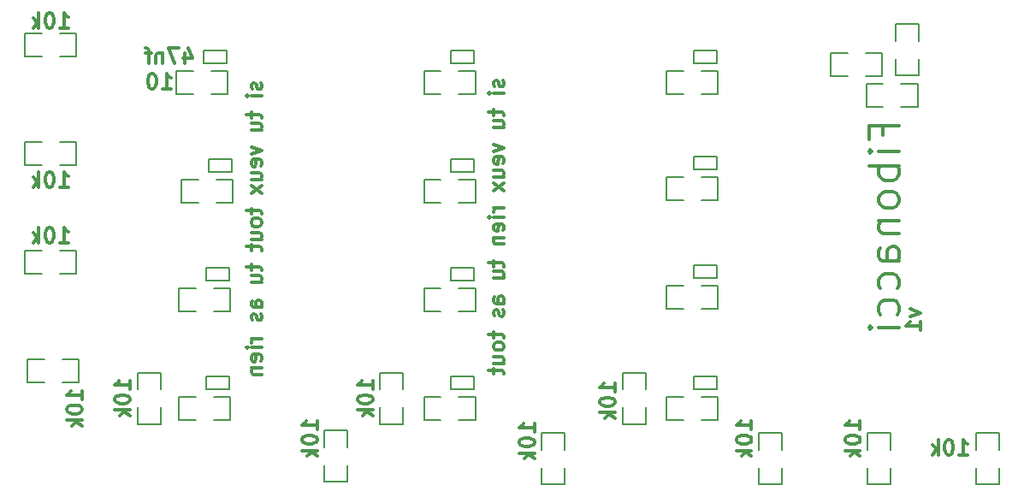
<source format=gbo>
G04 (created by PCBNEW (2013-07-07 BZR 4022)-stable) date 4/3/2014 12:54:25 PM*
%MOIN*%
G04 Gerber Fmt 3.4, Leading zero omitted, Abs format*
%FSLAX34Y34*%
G01*
G70*
G90*
G04 APERTURE LIST*
%ADD10C,0.00590551*%
%ADD11C,0.011811*%
%ADD12C,0.005*%
G04 APERTURE END LIST*
G54D10*
G54D11*
X94825Y-52137D02*
X95219Y-52277D01*
X94825Y-52418D01*
X95219Y-52952D02*
X95219Y-52615D01*
X95219Y-52784D02*
X94628Y-52784D01*
X94713Y-52727D01*
X94769Y-52671D01*
X94797Y-52615D01*
X93757Y-45374D02*
X93757Y-44980D01*
X94375Y-44980D02*
X93194Y-44980D01*
X93194Y-45542D01*
X94375Y-45992D02*
X93588Y-45992D01*
X93194Y-45992D02*
X93250Y-45936D01*
X93307Y-45992D01*
X93250Y-46048D01*
X93194Y-45992D01*
X93307Y-45992D01*
X94375Y-46555D02*
X93194Y-46555D01*
X93644Y-46555D02*
X93588Y-46667D01*
X93588Y-46892D01*
X93644Y-47005D01*
X93700Y-47061D01*
X93813Y-47117D01*
X94150Y-47117D01*
X94263Y-47061D01*
X94319Y-47005D01*
X94375Y-46892D01*
X94375Y-46667D01*
X94319Y-46555D01*
X94375Y-47792D02*
X94319Y-47679D01*
X94263Y-47623D01*
X94150Y-47567D01*
X93813Y-47567D01*
X93700Y-47623D01*
X93644Y-47679D01*
X93588Y-47792D01*
X93588Y-47961D01*
X93644Y-48073D01*
X93700Y-48129D01*
X93813Y-48186D01*
X94150Y-48186D01*
X94263Y-48129D01*
X94319Y-48073D01*
X94375Y-47961D01*
X94375Y-47792D01*
X93588Y-48692D02*
X94375Y-48692D01*
X93700Y-48692D02*
X93644Y-48748D01*
X93588Y-48861D01*
X93588Y-49029D01*
X93644Y-49142D01*
X93757Y-49198D01*
X94375Y-49198D01*
X94375Y-50267D02*
X93757Y-50267D01*
X93644Y-50210D01*
X93588Y-50098D01*
X93588Y-49873D01*
X93644Y-49760D01*
X94319Y-50267D02*
X94375Y-50154D01*
X94375Y-49873D01*
X94319Y-49760D01*
X94206Y-49704D01*
X94094Y-49704D01*
X93982Y-49760D01*
X93925Y-49873D01*
X93925Y-50154D01*
X93869Y-50267D01*
X94319Y-51335D02*
X94375Y-51223D01*
X94375Y-50998D01*
X94319Y-50885D01*
X94263Y-50829D01*
X94150Y-50773D01*
X93813Y-50773D01*
X93700Y-50829D01*
X93644Y-50885D01*
X93588Y-50998D01*
X93588Y-51223D01*
X93644Y-51335D01*
X94319Y-52348D02*
X94375Y-52235D01*
X94375Y-52010D01*
X94319Y-51898D01*
X94263Y-51841D01*
X94150Y-51785D01*
X93813Y-51785D01*
X93700Y-51841D01*
X93644Y-51898D01*
X93588Y-52010D01*
X93588Y-52235D01*
X93644Y-52348D01*
X94375Y-52854D02*
X93588Y-52854D01*
X93194Y-52854D02*
X93250Y-52798D01*
X93307Y-52854D01*
X93250Y-52910D01*
X93194Y-52854D01*
X93307Y-52854D01*
X78951Y-43222D02*
X78979Y-43278D01*
X78979Y-43391D01*
X78951Y-43447D01*
X78894Y-43475D01*
X78866Y-43475D01*
X78810Y-43447D01*
X78782Y-43391D01*
X78782Y-43307D01*
X78754Y-43250D01*
X78697Y-43222D01*
X78669Y-43222D01*
X78613Y-43250D01*
X78585Y-43307D01*
X78585Y-43391D01*
X78613Y-43447D01*
X78979Y-43728D02*
X78585Y-43728D01*
X78388Y-43728D02*
X78416Y-43700D01*
X78444Y-43728D01*
X78416Y-43757D01*
X78388Y-43728D01*
X78444Y-43728D01*
X78585Y-44375D02*
X78585Y-44600D01*
X78388Y-44460D02*
X78894Y-44460D01*
X78951Y-44488D01*
X78979Y-44544D01*
X78979Y-44600D01*
X78585Y-45050D02*
X78979Y-45050D01*
X78585Y-44797D02*
X78894Y-44797D01*
X78951Y-44825D01*
X78979Y-44881D01*
X78979Y-44966D01*
X78951Y-45022D01*
X78922Y-45050D01*
X78585Y-45725D02*
X78979Y-45866D01*
X78585Y-46006D01*
X78951Y-46456D02*
X78979Y-46400D01*
X78979Y-46287D01*
X78951Y-46231D01*
X78894Y-46203D01*
X78669Y-46203D01*
X78613Y-46231D01*
X78585Y-46287D01*
X78585Y-46400D01*
X78613Y-46456D01*
X78669Y-46484D01*
X78726Y-46484D01*
X78782Y-46203D01*
X78585Y-46991D02*
X78979Y-46991D01*
X78585Y-46737D02*
X78894Y-46737D01*
X78951Y-46766D01*
X78979Y-46822D01*
X78979Y-46906D01*
X78951Y-46962D01*
X78922Y-46991D01*
X78979Y-47215D02*
X78585Y-47525D01*
X78585Y-47215D02*
X78979Y-47525D01*
X78979Y-48200D02*
X78585Y-48200D01*
X78697Y-48200D02*
X78641Y-48228D01*
X78613Y-48256D01*
X78585Y-48312D01*
X78585Y-48368D01*
X78979Y-48565D02*
X78585Y-48565D01*
X78388Y-48565D02*
X78416Y-48537D01*
X78444Y-48565D01*
X78416Y-48593D01*
X78388Y-48565D01*
X78444Y-48565D01*
X78951Y-49071D02*
X78979Y-49015D01*
X78979Y-48903D01*
X78951Y-48847D01*
X78894Y-48818D01*
X78669Y-48818D01*
X78613Y-48847D01*
X78585Y-48903D01*
X78585Y-49015D01*
X78613Y-49071D01*
X78669Y-49100D01*
X78726Y-49100D01*
X78782Y-48818D01*
X78585Y-49353D02*
X78979Y-49353D01*
X78641Y-49353D02*
X78613Y-49381D01*
X78585Y-49437D01*
X78585Y-49521D01*
X78613Y-49578D01*
X78669Y-49606D01*
X78979Y-49606D01*
X78585Y-50253D02*
X78585Y-50478D01*
X78388Y-50337D02*
X78894Y-50337D01*
X78951Y-50365D01*
X78979Y-50421D01*
X78979Y-50478D01*
X78585Y-50928D02*
X78979Y-50928D01*
X78585Y-50674D02*
X78894Y-50674D01*
X78951Y-50703D01*
X78979Y-50759D01*
X78979Y-50843D01*
X78951Y-50899D01*
X78922Y-50928D01*
X78979Y-51912D02*
X78669Y-51912D01*
X78613Y-51884D01*
X78585Y-51827D01*
X78585Y-51715D01*
X78613Y-51659D01*
X78951Y-51912D02*
X78979Y-51856D01*
X78979Y-51715D01*
X78951Y-51659D01*
X78894Y-51631D01*
X78838Y-51631D01*
X78782Y-51659D01*
X78754Y-51715D01*
X78754Y-51856D01*
X78726Y-51912D01*
X78951Y-52165D02*
X78979Y-52221D01*
X78979Y-52334D01*
X78951Y-52390D01*
X78894Y-52418D01*
X78866Y-52418D01*
X78810Y-52390D01*
X78782Y-52334D01*
X78782Y-52249D01*
X78754Y-52193D01*
X78697Y-52165D01*
X78669Y-52165D01*
X78613Y-52193D01*
X78585Y-52249D01*
X78585Y-52334D01*
X78613Y-52390D01*
X78585Y-53037D02*
X78585Y-53262D01*
X78388Y-53121D02*
X78894Y-53121D01*
X78951Y-53149D01*
X78979Y-53205D01*
X78979Y-53262D01*
X78979Y-53543D02*
X78951Y-53487D01*
X78922Y-53458D01*
X78866Y-53430D01*
X78697Y-53430D01*
X78641Y-53458D01*
X78613Y-53487D01*
X78585Y-53543D01*
X78585Y-53627D01*
X78613Y-53683D01*
X78641Y-53712D01*
X78697Y-53740D01*
X78866Y-53740D01*
X78922Y-53712D01*
X78951Y-53683D01*
X78979Y-53627D01*
X78979Y-53543D01*
X78585Y-54246D02*
X78979Y-54246D01*
X78585Y-53993D02*
X78894Y-53993D01*
X78951Y-54021D01*
X78979Y-54077D01*
X78979Y-54161D01*
X78951Y-54218D01*
X78922Y-54246D01*
X78585Y-54443D02*
X78585Y-54668D01*
X78388Y-54527D02*
X78894Y-54527D01*
X78951Y-54555D01*
X78979Y-54611D01*
X78979Y-54668D01*
X69502Y-43321D02*
X69530Y-43377D01*
X69530Y-43489D01*
X69502Y-43546D01*
X69446Y-43574D01*
X69417Y-43574D01*
X69361Y-43546D01*
X69333Y-43489D01*
X69333Y-43405D01*
X69305Y-43349D01*
X69249Y-43321D01*
X69221Y-43321D01*
X69164Y-43349D01*
X69136Y-43405D01*
X69136Y-43489D01*
X69164Y-43546D01*
X69530Y-43827D02*
X69136Y-43827D01*
X68939Y-43827D02*
X68967Y-43799D01*
X68996Y-43827D01*
X68967Y-43855D01*
X68939Y-43827D01*
X68996Y-43827D01*
X69136Y-44474D02*
X69136Y-44699D01*
X68939Y-44558D02*
X69446Y-44558D01*
X69502Y-44586D01*
X69530Y-44642D01*
X69530Y-44699D01*
X69136Y-45149D02*
X69530Y-45149D01*
X69136Y-44895D02*
X69446Y-44895D01*
X69502Y-44924D01*
X69530Y-44980D01*
X69530Y-45064D01*
X69502Y-45120D01*
X69474Y-45149D01*
X69136Y-45823D02*
X69530Y-45964D01*
X69136Y-46105D01*
X69502Y-46555D02*
X69530Y-46498D01*
X69530Y-46386D01*
X69502Y-46330D01*
X69446Y-46302D01*
X69221Y-46302D01*
X69164Y-46330D01*
X69136Y-46386D01*
X69136Y-46498D01*
X69164Y-46555D01*
X69221Y-46583D01*
X69277Y-46583D01*
X69333Y-46302D01*
X69136Y-47089D02*
X69530Y-47089D01*
X69136Y-46836D02*
X69446Y-46836D01*
X69502Y-46864D01*
X69530Y-46920D01*
X69530Y-47005D01*
X69502Y-47061D01*
X69474Y-47089D01*
X69530Y-47314D02*
X69136Y-47623D01*
X69136Y-47314D02*
X69530Y-47623D01*
X69136Y-48214D02*
X69136Y-48439D01*
X68939Y-48298D02*
X69446Y-48298D01*
X69502Y-48326D01*
X69530Y-48383D01*
X69530Y-48439D01*
X69530Y-48720D02*
X69502Y-48664D01*
X69474Y-48636D01*
X69417Y-48607D01*
X69249Y-48607D01*
X69192Y-48636D01*
X69164Y-48664D01*
X69136Y-48720D01*
X69136Y-48804D01*
X69164Y-48861D01*
X69192Y-48889D01*
X69249Y-48917D01*
X69417Y-48917D01*
X69474Y-48889D01*
X69502Y-48861D01*
X69530Y-48804D01*
X69530Y-48720D01*
X69136Y-49423D02*
X69530Y-49423D01*
X69136Y-49170D02*
X69446Y-49170D01*
X69502Y-49198D01*
X69530Y-49254D01*
X69530Y-49339D01*
X69502Y-49395D01*
X69474Y-49423D01*
X69136Y-49620D02*
X69136Y-49845D01*
X68939Y-49704D02*
X69446Y-49704D01*
X69502Y-49732D01*
X69530Y-49789D01*
X69530Y-49845D01*
X69136Y-50407D02*
X69136Y-50632D01*
X68939Y-50492D02*
X69446Y-50492D01*
X69502Y-50520D01*
X69530Y-50576D01*
X69530Y-50632D01*
X69136Y-51082D02*
X69530Y-51082D01*
X69136Y-50829D02*
X69446Y-50829D01*
X69502Y-50857D01*
X69530Y-50913D01*
X69530Y-50998D01*
X69502Y-51054D01*
X69474Y-51082D01*
X69530Y-52066D02*
X69221Y-52066D01*
X69164Y-52038D01*
X69136Y-51982D01*
X69136Y-51870D01*
X69164Y-51813D01*
X69502Y-52066D02*
X69530Y-52010D01*
X69530Y-51870D01*
X69502Y-51813D01*
X69446Y-51785D01*
X69389Y-51785D01*
X69333Y-51813D01*
X69305Y-51870D01*
X69305Y-52010D01*
X69277Y-52066D01*
X69502Y-52320D02*
X69530Y-52376D01*
X69530Y-52488D01*
X69502Y-52544D01*
X69446Y-52573D01*
X69417Y-52573D01*
X69361Y-52544D01*
X69333Y-52488D01*
X69333Y-52404D01*
X69305Y-52348D01*
X69249Y-52320D01*
X69221Y-52320D01*
X69164Y-52348D01*
X69136Y-52404D01*
X69136Y-52488D01*
X69164Y-52544D01*
X69530Y-53276D02*
X69136Y-53276D01*
X69249Y-53276D02*
X69192Y-53304D01*
X69164Y-53332D01*
X69136Y-53388D01*
X69136Y-53444D01*
X69530Y-53641D02*
X69136Y-53641D01*
X68939Y-53641D02*
X68967Y-53613D01*
X68996Y-53641D01*
X68967Y-53669D01*
X68939Y-53641D01*
X68996Y-53641D01*
X69502Y-54147D02*
X69530Y-54091D01*
X69530Y-53979D01*
X69502Y-53922D01*
X69446Y-53894D01*
X69221Y-53894D01*
X69164Y-53922D01*
X69136Y-53979D01*
X69136Y-54091D01*
X69164Y-54147D01*
X69221Y-54176D01*
X69277Y-54176D01*
X69333Y-53894D01*
X69136Y-54429D02*
X69530Y-54429D01*
X69192Y-54429D02*
X69164Y-54457D01*
X69136Y-54513D01*
X69136Y-54597D01*
X69164Y-54654D01*
X69221Y-54682D01*
X69530Y-54682D01*
X66549Y-42168D02*
X66549Y-42561D01*
X66690Y-41943D02*
X66830Y-42365D01*
X66465Y-42365D01*
X66296Y-41971D02*
X65902Y-41971D01*
X66155Y-42561D01*
X65677Y-42168D02*
X65677Y-42561D01*
X65677Y-42224D02*
X65649Y-42196D01*
X65593Y-42168D01*
X65508Y-42168D01*
X65452Y-42196D01*
X65424Y-42252D01*
X65424Y-42561D01*
X65227Y-42168D02*
X65002Y-42168D01*
X65143Y-42561D02*
X65143Y-42055D01*
X65115Y-41999D01*
X65059Y-41971D01*
X65002Y-41971D01*
X65663Y-43546D02*
X66001Y-43546D01*
X65832Y-43546D02*
X65832Y-42955D01*
X65888Y-43039D01*
X65944Y-43096D01*
X66001Y-43124D01*
X65298Y-42955D02*
X65241Y-42955D01*
X65185Y-42983D01*
X65157Y-43011D01*
X65129Y-43068D01*
X65101Y-43180D01*
X65101Y-43321D01*
X65129Y-43433D01*
X65157Y-43489D01*
X65185Y-43517D01*
X65241Y-43546D01*
X65298Y-43546D01*
X65354Y-43517D01*
X65382Y-43489D01*
X65410Y-43433D01*
X65438Y-43321D01*
X65438Y-43180D01*
X65410Y-43068D01*
X65382Y-43011D01*
X65354Y-42983D01*
X65298Y-42955D01*
X83309Y-55357D02*
X83309Y-55019D01*
X83309Y-55188D02*
X82719Y-55188D01*
X82803Y-55132D01*
X82859Y-55075D01*
X82888Y-55019D01*
X82719Y-55722D02*
X82719Y-55778D01*
X82747Y-55835D01*
X82775Y-55863D01*
X82831Y-55891D01*
X82944Y-55919D01*
X83084Y-55919D01*
X83197Y-55891D01*
X83253Y-55863D01*
X83281Y-55835D01*
X83309Y-55778D01*
X83309Y-55722D01*
X83281Y-55666D01*
X83253Y-55638D01*
X83197Y-55610D01*
X83084Y-55582D01*
X82944Y-55582D01*
X82831Y-55610D01*
X82775Y-55638D01*
X82747Y-55666D01*
X82719Y-55722D01*
X83309Y-56172D02*
X82719Y-56172D01*
X83084Y-56228D02*
X83309Y-56397D01*
X82916Y-56397D02*
X83141Y-56172D01*
X73861Y-55258D02*
X73861Y-54921D01*
X73861Y-55089D02*
X73270Y-55089D01*
X73354Y-55033D01*
X73411Y-54977D01*
X73439Y-54921D01*
X73270Y-55624D02*
X73270Y-55680D01*
X73298Y-55736D01*
X73326Y-55764D01*
X73383Y-55793D01*
X73495Y-55821D01*
X73636Y-55821D01*
X73748Y-55793D01*
X73804Y-55764D01*
X73832Y-55736D01*
X73861Y-55680D01*
X73861Y-55624D01*
X73832Y-55568D01*
X73804Y-55539D01*
X73748Y-55511D01*
X73636Y-55483D01*
X73495Y-55483D01*
X73383Y-55511D01*
X73326Y-55539D01*
X73298Y-55568D01*
X73270Y-55624D01*
X73861Y-56074D02*
X73270Y-56074D01*
X73636Y-56130D02*
X73861Y-56299D01*
X73467Y-56299D02*
X73692Y-56074D01*
X96709Y-57817D02*
X97047Y-57817D01*
X96878Y-57817D02*
X96878Y-57227D01*
X96934Y-57311D01*
X96991Y-57367D01*
X97047Y-57395D01*
X96344Y-57227D02*
X96287Y-57227D01*
X96231Y-57255D01*
X96203Y-57283D01*
X96175Y-57339D01*
X96147Y-57452D01*
X96147Y-57592D01*
X96175Y-57705D01*
X96203Y-57761D01*
X96231Y-57789D01*
X96287Y-57817D01*
X96344Y-57817D01*
X96400Y-57789D01*
X96428Y-57761D01*
X96456Y-57705D01*
X96484Y-57592D01*
X96484Y-57452D01*
X96456Y-57339D01*
X96428Y-57283D01*
X96400Y-57255D01*
X96344Y-57227D01*
X95894Y-57817D02*
X95894Y-57227D01*
X95838Y-57592D02*
X95669Y-57817D01*
X95669Y-57424D02*
X95894Y-57649D01*
X92857Y-56833D02*
X92857Y-56496D01*
X92857Y-56664D02*
X92266Y-56664D01*
X92350Y-56608D01*
X92407Y-56552D01*
X92435Y-56496D01*
X92266Y-57199D02*
X92266Y-57255D01*
X92294Y-57311D01*
X92322Y-57339D01*
X92379Y-57367D01*
X92491Y-57395D01*
X92632Y-57395D01*
X92744Y-57367D01*
X92800Y-57339D01*
X92829Y-57311D01*
X92857Y-57255D01*
X92857Y-57199D01*
X92829Y-57142D01*
X92800Y-57114D01*
X92744Y-57086D01*
X92632Y-57058D01*
X92491Y-57058D01*
X92379Y-57086D01*
X92322Y-57114D01*
X92294Y-57142D01*
X92266Y-57199D01*
X92857Y-57649D02*
X92266Y-57649D01*
X92632Y-57705D02*
X92857Y-57874D01*
X92463Y-57874D02*
X92688Y-57649D01*
X88624Y-56833D02*
X88624Y-56496D01*
X88624Y-56664D02*
X88034Y-56664D01*
X88118Y-56608D01*
X88174Y-56552D01*
X88203Y-56496D01*
X88034Y-57199D02*
X88034Y-57255D01*
X88062Y-57311D01*
X88090Y-57339D01*
X88146Y-57367D01*
X88259Y-57395D01*
X88399Y-57395D01*
X88512Y-57367D01*
X88568Y-57339D01*
X88596Y-57311D01*
X88624Y-57255D01*
X88624Y-57199D01*
X88596Y-57142D01*
X88568Y-57114D01*
X88512Y-57086D01*
X88399Y-57058D01*
X88259Y-57058D01*
X88146Y-57086D01*
X88090Y-57114D01*
X88062Y-57142D01*
X88034Y-57199D01*
X88624Y-57649D02*
X88034Y-57649D01*
X88399Y-57705D02*
X88624Y-57874D01*
X88231Y-57874D02*
X88456Y-57649D01*
X80160Y-56931D02*
X80160Y-56594D01*
X80160Y-56763D02*
X79569Y-56763D01*
X79654Y-56706D01*
X79710Y-56650D01*
X79738Y-56594D01*
X79569Y-57297D02*
X79569Y-57353D01*
X79597Y-57410D01*
X79625Y-57438D01*
X79682Y-57466D01*
X79794Y-57494D01*
X79935Y-57494D01*
X80047Y-57466D01*
X80104Y-57438D01*
X80132Y-57410D01*
X80160Y-57353D01*
X80160Y-57297D01*
X80132Y-57241D01*
X80104Y-57213D01*
X80047Y-57185D01*
X79935Y-57156D01*
X79794Y-57156D01*
X79682Y-57185D01*
X79625Y-57213D01*
X79597Y-57241D01*
X79569Y-57297D01*
X80160Y-57747D02*
X79569Y-57747D01*
X79935Y-57803D02*
X80160Y-57972D01*
X79766Y-57972D02*
X79991Y-57747D01*
X71695Y-56833D02*
X71695Y-56496D01*
X71695Y-56664D02*
X71105Y-56664D01*
X71189Y-56608D01*
X71245Y-56552D01*
X71273Y-56496D01*
X71105Y-57199D02*
X71105Y-57255D01*
X71133Y-57311D01*
X71161Y-57339D01*
X71217Y-57367D01*
X71330Y-57395D01*
X71470Y-57395D01*
X71583Y-57367D01*
X71639Y-57339D01*
X71667Y-57311D01*
X71695Y-57255D01*
X71695Y-57199D01*
X71667Y-57142D01*
X71639Y-57114D01*
X71583Y-57086D01*
X71470Y-57058D01*
X71330Y-57058D01*
X71217Y-57086D01*
X71161Y-57114D01*
X71133Y-57142D01*
X71105Y-57199D01*
X71695Y-57649D02*
X71105Y-57649D01*
X71470Y-57705D02*
X71695Y-57874D01*
X71302Y-57874D02*
X71526Y-57649D01*
X64412Y-55258D02*
X64412Y-54921D01*
X64412Y-55089D02*
X63821Y-55089D01*
X63906Y-55033D01*
X63962Y-54977D01*
X63990Y-54921D01*
X63821Y-55624D02*
X63821Y-55680D01*
X63849Y-55736D01*
X63877Y-55764D01*
X63934Y-55793D01*
X64046Y-55821D01*
X64187Y-55821D01*
X64299Y-55793D01*
X64356Y-55764D01*
X64384Y-55736D01*
X64412Y-55680D01*
X64412Y-55624D01*
X64384Y-55568D01*
X64356Y-55539D01*
X64299Y-55511D01*
X64187Y-55483D01*
X64046Y-55483D01*
X63934Y-55511D01*
X63877Y-55539D01*
X63849Y-55568D01*
X63821Y-55624D01*
X64412Y-56074D02*
X63821Y-56074D01*
X64187Y-56130D02*
X64412Y-56299D01*
X64018Y-56299D02*
X64243Y-56074D01*
X62542Y-55652D02*
X62542Y-55314D01*
X62542Y-55483D02*
X61951Y-55483D01*
X62035Y-55427D01*
X62092Y-55371D01*
X62120Y-55314D01*
X61951Y-56017D02*
X61951Y-56074D01*
X61979Y-56130D01*
X62007Y-56158D01*
X62064Y-56186D01*
X62176Y-56214D01*
X62317Y-56214D01*
X62429Y-56186D01*
X62485Y-56158D01*
X62514Y-56130D01*
X62542Y-56074D01*
X62542Y-56017D01*
X62514Y-55961D01*
X62485Y-55933D01*
X62429Y-55905D01*
X62317Y-55877D01*
X62176Y-55877D01*
X62064Y-55905D01*
X62007Y-55933D01*
X61979Y-55961D01*
X61951Y-56017D01*
X62542Y-56467D02*
X61951Y-56467D01*
X62317Y-56524D02*
X62542Y-56692D01*
X62148Y-56692D02*
X62373Y-56467D01*
X61670Y-49550D02*
X62007Y-49550D01*
X61839Y-49550D02*
X61839Y-48959D01*
X61895Y-49043D01*
X61951Y-49100D01*
X62007Y-49128D01*
X61304Y-48959D02*
X61248Y-48959D01*
X61192Y-48987D01*
X61164Y-49015D01*
X61136Y-49071D01*
X61107Y-49184D01*
X61107Y-49325D01*
X61136Y-49437D01*
X61164Y-49493D01*
X61192Y-49521D01*
X61248Y-49550D01*
X61304Y-49550D01*
X61361Y-49521D01*
X61389Y-49493D01*
X61417Y-49437D01*
X61445Y-49325D01*
X61445Y-49184D01*
X61417Y-49071D01*
X61389Y-49015D01*
X61361Y-48987D01*
X61304Y-48959D01*
X60854Y-49550D02*
X60854Y-48959D01*
X60798Y-49325D02*
X60629Y-49550D01*
X60629Y-49156D02*
X60854Y-49381D01*
X61670Y-47384D02*
X62007Y-47384D01*
X61839Y-47384D02*
X61839Y-46794D01*
X61895Y-46878D01*
X61951Y-46934D01*
X62007Y-46962D01*
X61304Y-46794D02*
X61248Y-46794D01*
X61192Y-46822D01*
X61164Y-46850D01*
X61136Y-46906D01*
X61107Y-47019D01*
X61107Y-47159D01*
X61136Y-47272D01*
X61164Y-47328D01*
X61192Y-47356D01*
X61248Y-47384D01*
X61304Y-47384D01*
X61361Y-47356D01*
X61389Y-47328D01*
X61417Y-47272D01*
X61445Y-47159D01*
X61445Y-47019D01*
X61417Y-46906D01*
X61389Y-46850D01*
X61361Y-46822D01*
X61304Y-46794D01*
X60854Y-47384D02*
X60854Y-46794D01*
X60798Y-47159D02*
X60629Y-47384D01*
X60629Y-46991D02*
X60854Y-47215D01*
X61670Y-41183D02*
X62007Y-41183D01*
X61839Y-41183D02*
X61839Y-40593D01*
X61895Y-40677D01*
X61951Y-40733D01*
X62007Y-40762D01*
X61304Y-40593D02*
X61248Y-40593D01*
X61192Y-40621D01*
X61164Y-40649D01*
X61136Y-40705D01*
X61107Y-40818D01*
X61107Y-40958D01*
X61136Y-41071D01*
X61164Y-41127D01*
X61192Y-41155D01*
X61248Y-41183D01*
X61304Y-41183D01*
X61361Y-41155D01*
X61389Y-41127D01*
X61417Y-41071D01*
X61445Y-40958D01*
X61445Y-40818D01*
X61417Y-40705D01*
X61389Y-40649D01*
X61361Y-40621D01*
X61304Y-40593D01*
X60854Y-41183D02*
X60854Y-40593D01*
X60798Y-40958D02*
X60629Y-41183D01*
X60629Y-40790D02*
X60854Y-41015D01*
G54D12*
X75870Y-47989D02*
X75870Y-47089D01*
X75870Y-47089D02*
X76520Y-47089D01*
X77220Y-47989D02*
X77870Y-47989D01*
X77870Y-47989D02*
X77870Y-47089D01*
X77870Y-47089D02*
X77220Y-47089D01*
X76520Y-47989D02*
X75870Y-47989D01*
X75870Y-43757D02*
X75870Y-42857D01*
X75870Y-42857D02*
X76520Y-42857D01*
X77220Y-43757D02*
X77870Y-43757D01*
X77870Y-43757D02*
X77870Y-42857D01*
X77870Y-42857D02*
X77220Y-42857D01*
X76520Y-43757D02*
X75870Y-43757D01*
X65607Y-56610D02*
X64707Y-56610D01*
X64707Y-56610D02*
X64707Y-55960D01*
X65607Y-55260D02*
X65607Y-54610D01*
X65607Y-54610D02*
X64707Y-54610D01*
X64707Y-54610D02*
X64707Y-55260D01*
X65607Y-55960D02*
X65607Y-56610D01*
X84505Y-56610D02*
X83605Y-56610D01*
X83605Y-56610D02*
X83605Y-55960D01*
X84505Y-55260D02*
X84505Y-54610D01*
X84505Y-54610D02*
X83605Y-54610D01*
X83605Y-54610D02*
X83605Y-55260D01*
X84505Y-55960D02*
X84505Y-56610D01*
X75056Y-56610D02*
X74156Y-56610D01*
X74156Y-56610D02*
X74156Y-55960D01*
X75056Y-55260D02*
X75056Y-54610D01*
X75056Y-54610D02*
X74156Y-54610D01*
X74156Y-54610D02*
X74156Y-55260D01*
X75056Y-55960D02*
X75056Y-56610D01*
X75870Y-52221D02*
X75870Y-51321D01*
X75870Y-51321D02*
X76520Y-51321D01*
X77220Y-52221D02*
X77870Y-52221D01*
X77870Y-52221D02*
X77870Y-51321D01*
X77870Y-51321D02*
X77220Y-51321D01*
X76520Y-52221D02*
X75870Y-52221D01*
X75870Y-56453D02*
X75870Y-55553D01*
X75870Y-55553D02*
X76520Y-55553D01*
X77220Y-56453D02*
X77870Y-56453D01*
X77870Y-56453D02*
X77870Y-55553D01*
X77870Y-55553D02*
X77220Y-55553D01*
X76520Y-56453D02*
X75870Y-56453D01*
X81355Y-58972D02*
X80455Y-58972D01*
X80455Y-58972D02*
X80455Y-58322D01*
X81355Y-57622D02*
X81355Y-56972D01*
X81355Y-56972D02*
X80455Y-56972D01*
X80455Y-56972D02*
X80455Y-57622D01*
X81355Y-58322D02*
X81355Y-58972D01*
X85318Y-52123D02*
X85318Y-51223D01*
X85318Y-51223D02*
X85968Y-51223D01*
X86668Y-52123D02*
X87318Y-52123D01*
X87318Y-52123D02*
X87318Y-51223D01*
X87318Y-51223D02*
X86668Y-51223D01*
X85968Y-52123D02*
X85318Y-52123D01*
X72890Y-58874D02*
X71990Y-58874D01*
X71990Y-58874D02*
X71990Y-58224D01*
X72890Y-57524D02*
X72890Y-56874D01*
X72890Y-56874D02*
X71990Y-56874D01*
X71990Y-56874D02*
X71990Y-57524D01*
X72890Y-58224D02*
X72890Y-58874D01*
X66224Y-43757D02*
X66224Y-42857D01*
X66224Y-42857D02*
X66874Y-42857D01*
X67574Y-43757D02*
X68224Y-43757D01*
X68224Y-43757D02*
X68224Y-42857D01*
X68224Y-42857D02*
X67574Y-42857D01*
X66874Y-43757D02*
X66224Y-43757D01*
X95135Y-43027D02*
X94235Y-43027D01*
X94235Y-43027D02*
X94235Y-42377D01*
X95135Y-41677D02*
X95135Y-41027D01*
X95135Y-41027D02*
X94235Y-41027D01*
X94235Y-41027D02*
X94235Y-41677D01*
X95135Y-42377D02*
X95135Y-43027D01*
X91716Y-43068D02*
X91716Y-42168D01*
X91716Y-42168D02*
X92366Y-42168D01*
X93066Y-43068D02*
X93716Y-43068D01*
X93716Y-43068D02*
X93716Y-42168D01*
X93716Y-42168D02*
X93066Y-42168D01*
X92366Y-43068D02*
X91716Y-43068D01*
X93094Y-44249D02*
X93094Y-43349D01*
X93094Y-43349D02*
X93744Y-43349D01*
X94444Y-44249D02*
X95094Y-44249D01*
X95094Y-44249D02*
X95094Y-43349D01*
X95094Y-43349D02*
X94444Y-43349D01*
X93744Y-44249D02*
X93094Y-44249D01*
X60318Y-42280D02*
X60318Y-41380D01*
X60318Y-41380D02*
X60968Y-41380D01*
X61668Y-42280D02*
X62318Y-42280D01*
X62318Y-42280D02*
X62318Y-41380D01*
X62318Y-41380D02*
X61668Y-41380D01*
X60968Y-42280D02*
X60318Y-42280D01*
X85318Y-43757D02*
X85318Y-42857D01*
X85318Y-42857D02*
X85968Y-42857D01*
X86668Y-43757D02*
X87318Y-43757D01*
X87318Y-43757D02*
X87318Y-42857D01*
X87318Y-42857D02*
X86668Y-42857D01*
X85968Y-43757D02*
X85318Y-43757D01*
X98284Y-58972D02*
X97384Y-58972D01*
X97384Y-58972D02*
X97384Y-58322D01*
X98284Y-57622D02*
X98284Y-56972D01*
X98284Y-56972D02*
X97384Y-56972D01*
X97384Y-56972D02*
X97384Y-57622D01*
X98284Y-58322D02*
X98284Y-58972D01*
X66322Y-56453D02*
X66322Y-55553D01*
X66322Y-55553D02*
X66972Y-55553D01*
X67672Y-56453D02*
X68322Y-56453D01*
X68322Y-56453D02*
X68322Y-55553D01*
X68322Y-55553D02*
X67672Y-55553D01*
X66972Y-56453D02*
X66322Y-56453D01*
X60318Y-46512D02*
X60318Y-45612D01*
X60318Y-45612D02*
X60968Y-45612D01*
X61668Y-46512D02*
X62318Y-46512D01*
X62318Y-46512D02*
X62318Y-45612D01*
X62318Y-45612D02*
X61668Y-45612D01*
X60968Y-46512D02*
X60318Y-46512D01*
X85318Y-47890D02*
X85318Y-46990D01*
X85318Y-46990D02*
X85968Y-46990D01*
X86668Y-47890D02*
X87318Y-47890D01*
X87318Y-47890D02*
X87318Y-46990D01*
X87318Y-46990D02*
X86668Y-46990D01*
X85968Y-47890D02*
X85318Y-47890D01*
X94052Y-58972D02*
X93152Y-58972D01*
X93152Y-58972D02*
X93152Y-58322D01*
X94052Y-57622D02*
X94052Y-56972D01*
X94052Y-56972D02*
X93152Y-56972D01*
X93152Y-56972D02*
X93152Y-57622D01*
X94052Y-58322D02*
X94052Y-58972D01*
X66322Y-52221D02*
X66322Y-51321D01*
X66322Y-51321D02*
X66972Y-51321D01*
X67672Y-52221D02*
X68322Y-52221D01*
X68322Y-52221D02*
X68322Y-51321D01*
X68322Y-51321D02*
X67672Y-51321D01*
X66972Y-52221D02*
X66322Y-52221D01*
X60318Y-50745D02*
X60318Y-49845D01*
X60318Y-49845D02*
X60968Y-49845D01*
X61668Y-50745D02*
X62318Y-50745D01*
X62318Y-50745D02*
X62318Y-49845D01*
X62318Y-49845D02*
X61668Y-49845D01*
X60968Y-50745D02*
X60318Y-50745D01*
X66421Y-47989D02*
X66421Y-47089D01*
X66421Y-47089D02*
X67071Y-47089D01*
X67771Y-47989D02*
X68421Y-47989D01*
X68421Y-47989D02*
X68421Y-47089D01*
X68421Y-47089D02*
X67771Y-47089D01*
X67071Y-47989D02*
X66421Y-47989D01*
X60417Y-54977D02*
X60417Y-54077D01*
X60417Y-54077D02*
X61067Y-54077D01*
X61767Y-54977D02*
X62417Y-54977D01*
X62417Y-54977D02*
X62417Y-54077D01*
X62417Y-54077D02*
X61767Y-54077D01*
X61067Y-54977D02*
X60417Y-54977D01*
X89820Y-58972D02*
X88920Y-58972D01*
X88920Y-58972D02*
X88920Y-58322D01*
X89820Y-57622D02*
X89820Y-56972D01*
X89820Y-56972D02*
X88920Y-56972D01*
X88920Y-56972D02*
X88920Y-57622D01*
X89820Y-58322D02*
X89820Y-58972D01*
X85318Y-56453D02*
X85318Y-55553D01*
X85318Y-55553D02*
X85968Y-55553D01*
X86668Y-56453D02*
X87318Y-56453D01*
X87318Y-56453D02*
X87318Y-55553D01*
X87318Y-55553D02*
X86668Y-55553D01*
X85968Y-56453D02*
X85318Y-56453D01*
X76912Y-46805D02*
X77812Y-46805D01*
X77812Y-46805D02*
X77812Y-46305D01*
X77812Y-46305D02*
X76912Y-46305D01*
X76912Y-46305D02*
X76912Y-46805D01*
X67364Y-55269D02*
X68264Y-55269D01*
X68264Y-55269D02*
X68264Y-54769D01*
X68264Y-54769D02*
X67364Y-54769D01*
X67364Y-54769D02*
X67364Y-55269D01*
X86361Y-42572D02*
X87261Y-42572D01*
X87261Y-42572D02*
X87261Y-42072D01*
X87261Y-42072D02*
X86361Y-42072D01*
X86361Y-42072D02*
X86361Y-42572D01*
X86361Y-55269D02*
X87261Y-55269D01*
X87261Y-55269D02*
X87261Y-54769D01*
X87261Y-54769D02*
X86361Y-54769D01*
X86361Y-54769D02*
X86361Y-55269D01*
X76912Y-51037D02*
X77812Y-51037D01*
X77812Y-51037D02*
X77812Y-50537D01*
X77812Y-50537D02*
X76912Y-50537D01*
X76912Y-50537D02*
X76912Y-51037D01*
X76912Y-42572D02*
X77812Y-42572D01*
X77812Y-42572D02*
X77812Y-42072D01*
X77812Y-42072D02*
X76912Y-42072D01*
X76912Y-42072D02*
X76912Y-42572D01*
X86361Y-46706D02*
X87261Y-46706D01*
X87261Y-46706D02*
X87261Y-46206D01*
X87261Y-46206D02*
X86361Y-46206D01*
X86361Y-46206D02*
X86361Y-46706D01*
X67364Y-51037D02*
X68264Y-51037D01*
X68264Y-51037D02*
X68264Y-50537D01*
X68264Y-50537D02*
X67364Y-50537D01*
X67364Y-50537D02*
X67364Y-51037D01*
X67463Y-46805D02*
X68363Y-46805D01*
X68363Y-46805D02*
X68363Y-46305D01*
X68363Y-46305D02*
X67463Y-46305D01*
X67463Y-46305D02*
X67463Y-46805D01*
X86361Y-50938D02*
X87261Y-50938D01*
X87261Y-50938D02*
X87261Y-50438D01*
X87261Y-50438D02*
X86361Y-50438D01*
X86361Y-50438D02*
X86361Y-50938D01*
X76912Y-55269D02*
X77812Y-55269D01*
X77812Y-55269D02*
X77812Y-54769D01*
X77812Y-54769D02*
X76912Y-54769D01*
X76912Y-54769D02*
X76912Y-55269D01*
X67266Y-42572D02*
X68166Y-42572D01*
X68166Y-42572D02*
X68166Y-42072D01*
X68166Y-42072D02*
X67266Y-42072D01*
X67266Y-42072D02*
X67266Y-42572D01*
M02*

</source>
